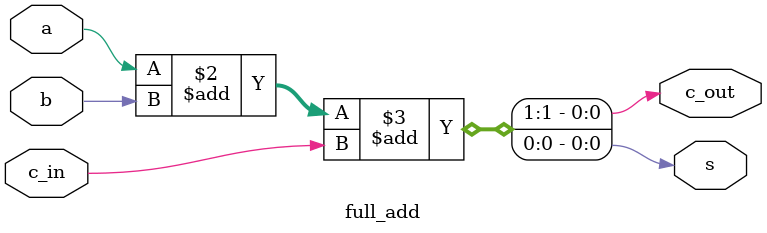
<source format=v>
`timescale 1ns/10ps
module full_add (
	a,
	b,
	c_in,
	c_out,
	s
);
	input	a;
	input	b;
	input	c_in;
	output	c_out;
	output	s;
	
	reg c_out, s;
	
always @ (a,b,c_in)
	begin
		// s = a ^ b ^ c_in; // ^xor
		// c_out = (a & c_in) | (b & c_in) | (a & b); 
		{c_out,s} = a + b + c_in;
	end
endmodule

</source>
